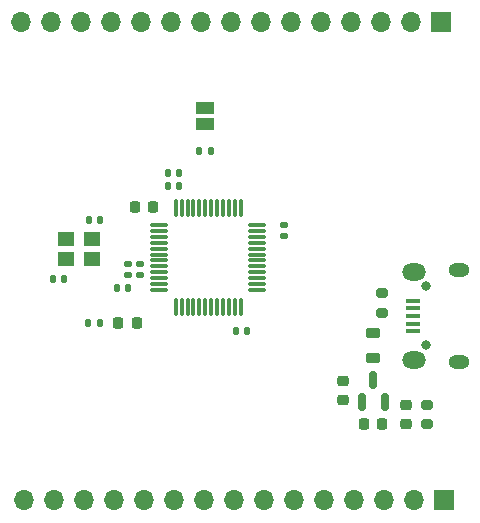
<source format=gbr>
%TF.GenerationSoftware,KiCad,Pcbnew,(6.0.9)*%
%TF.CreationDate,2023-03-20T19:11:49+01:00*%
%TF.ProjectId,STM32F103_prjct2,53544d33-3246-4313-9033-5f70726a6374,rev?*%
%TF.SameCoordinates,Original*%
%TF.FileFunction,Soldermask,Top*%
%TF.FilePolarity,Negative*%
%FSLAX46Y46*%
G04 Gerber Fmt 4.6, Leading zero omitted, Abs format (unit mm)*
G04 Created by KiCad (PCBNEW (6.0.9)) date 2023-03-20 19:11:49*
%MOMM*%
%LPD*%
G01*
G04 APERTURE LIST*
G04 Aperture macros list*
%AMRoundRect*
0 Rectangle with rounded corners*
0 $1 Rounding radius*
0 $2 $3 $4 $5 $6 $7 $8 $9 X,Y pos of 4 corners*
0 Add a 4 corners polygon primitive as box body*
4,1,4,$2,$3,$4,$5,$6,$7,$8,$9,$2,$3,0*
0 Add four circle primitives for the rounded corners*
1,1,$1+$1,$2,$3*
1,1,$1+$1,$4,$5*
1,1,$1+$1,$6,$7*
1,1,$1+$1,$8,$9*
0 Add four rect primitives between the rounded corners*
20,1,$1+$1,$2,$3,$4,$5,0*
20,1,$1+$1,$4,$5,$6,$7,0*
20,1,$1+$1,$6,$7,$8,$9,0*
20,1,$1+$1,$8,$9,$2,$3,0*%
G04 Aperture macros list end*
%ADD10R,1.400000X1.200000*%
%ADD11RoundRect,0.075000X-0.662500X-0.075000X0.662500X-0.075000X0.662500X0.075000X-0.662500X0.075000X0*%
%ADD12RoundRect,0.075000X-0.075000X-0.662500X0.075000X-0.662500X0.075000X0.662500X-0.075000X0.662500X0*%
%ADD13RoundRect,0.150000X0.150000X-0.587500X0.150000X0.587500X-0.150000X0.587500X-0.150000X-0.587500X0*%
%ADD14RoundRect,0.135000X0.135000X0.185000X-0.135000X0.185000X-0.135000X-0.185000X0.135000X-0.185000X0*%
%ADD15RoundRect,0.200000X-0.275000X0.200000X-0.275000X-0.200000X0.275000X-0.200000X0.275000X0.200000X0*%
%ADD16RoundRect,0.135000X-0.135000X-0.185000X0.135000X-0.185000X0.135000X0.185000X-0.135000X0.185000X0*%
%ADD17RoundRect,0.147500X-0.147500X-0.172500X0.147500X-0.172500X0.147500X0.172500X-0.147500X0.172500X0*%
%ADD18R,1.500000X1.000000*%
%ADD19R,1.700000X1.700000*%
%ADD20O,1.700000X1.700000*%
%ADD21O,1.800000X1.150000*%
%ADD22O,2.000000X1.450000*%
%ADD23R,1.300000X0.450000*%
%ADD24O,0.800000X0.800000*%
%ADD25RoundRect,0.218750X-0.381250X0.218750X-0.381250X-0.218750X0.381250X-0.218750X0.381250X0.218750X0*%
%ADD26RoundRect,0.218750X-0.218750X-0.256250X0.218750X-0.256250X0.218750X0.256250X-0.218750X0.256250X0*%
%ADD27RoundRect,0.218750X-0.256250X0.218750X-0.256250X-0.218750X0.256250X-0.218750X0.256250X0.218750X0*%
%ADD28RoundRect,0.140000X0.170000X-0.140000X0.170000X0.140000X-0.170000X0.140000X-0.170000X-0.140000X0*%
%ADD29RoundRect,0.140000X-0.140000X-0.170000X0.140000X-0.170000X0.140000X0.170000X-0.140000X0.170000X0*%
%ADD30RoundRect,0.140000X0.140000X0.170000X-0.140000X0.170000X-0.140000X-0.170000X0.140000X-0.170000X0*%
%ADD31RoundRect,0.140000X-0.170000X0.140000X-0.170000X-0.140000X0.170000X-0.140000X0.170000X0.140000X0*%
%ADD32RoundRect,0.225000X0.225000X0.250000X-0.225000X0.250000X-0.225000X-0.250000X0.225000X-0.250000X0*%
%ADD33RoundRect,0.225000X-0.250000X0.225000X-0.250000X-0.225000X0.250000X-0.225000X0.250000X0.225000X0*%
G04 APERTURE END LIST*
D10*
%TO.C,Y1*%
X152700000Y-77150000D03*
X150500000Y-77150000D03*
X150500000Y-78850000D03*
X152700000Y-78850000D03*
%TD*%
D11*
%TO.C,U2*%
X158397500Y-75990000D03*
X158397500Y-76490000D03*
X158397500Y-76990000D03*
X158397500Y-77490000D03*
X158397500Y-77990000D03*
X158397500Y-78490000D03*
X158397500Y-78990000D03*
X158397500Y-79490000D03*
X158397500Y-79990000D03*
X158397500Y-80490000D03*
X158397500Y-80990000D03*
X158397500Y-81490000D03*
D12*
X159810000Y-82902500D03*
X160310000Y-82902500D03*
X160810000Y-82902500D03*
X161310000Y-82902500D03*
X161810000Y-82902500D03*
X162310000Y-82902500D03*
X162810000Y-82902500D03*
X163310000Y-82902500D03*
X163810000Y-82902500D03*
X164310000Y-82902500D03*
X164810000Y-82902500D03*
X165310000Y-82902500D03*
D11*
X166722500Y-81490000D03*
X166722500Y-80990000D03*
X166722500Y-80490000D03*
X166722500Y-79990000D03*
X166722500Y-79490000D03*
X166722500Y-78990000D03*
X166722500Y-78490000D03*
X166722500Y-77990000D03*
X166722500Y-77490000D03*
X166722500Y-76990000D03*
X166722500Y-76490000D03*
X166722500Y-75990000D03*
D12*
X165310000Y-74577500D03*
X164810000Y-74577500D03*
X164310000Y-74577500D03*
X163810000Y-74577500D03*
X163310000Y-74577500D03*
X162810000Y-74577500D03*
X162310000Y-74577500D03*
X161810000Y-74577500D03*
X161310000Y-74577500D03*
X160810000Y-74577500D03*
X160310000Y-74577500D03*
X159810000Y-74577500D03*
%TD*%
D13*
%TO.C,U1*%
X175590000Y-90950500D03*
X177490000Y-90950500D03*
X176540000Y-89075500D03*
%TD*%
D14*
%TO.C,R4*%
X153418000Y-84328000D03*
X152398000Y-84328000D03*
%TD*%
D15*
%TO.C,R3*%
X177300000Y-83425000D03*
X177300000Y-81775000D03*
%TD*%
D16*
%TO.C,R2*%
X161740000Y-69750000D03*
X162760000Y-69750000D03*
%TD*%
D15*
%TO.C,R1*%
X181112000Y-91220000D03*
X181112000Y-92870000D03*
%TD*%
D17*
%TO.C,L1*%
X154795000Y-81320000D03*
X155765000Y-81320000D03*
%TD*%
D18*
%TO.C,JP1*%
X162250000Y-67400000D03*
X162250000Y-66100000D03*
%TD*%
D19*
%TO.C,J3*%
X182525000Y-99314000D03*
D20*
X179985000Y-99314000D03*
X177445000Y-99314000D03*
X174905000Y-99314000D03*
X172365000Y-99314000D03*
X169825000Y-99314000D03*
X167285000Y-99314000D03*
X164745000Y-99314000D03*
X162205000Y-99314000D03*
X159665000Y-99314000D03*
X157125000Y-99314000D03*
X154585000Y-99314000D03*
X152045000Y-99314000D03*
X149505000Y-99314000D03*
X146965000Y-99314000D03*
%TD*%
D19*
%TO.C,J2*%
X182310000Y-58800000D03*
D20*
X179770000Y-58800000D03*
X177230000Y-58800000D03*
X174690000Y-58800000D03*
X172150000Y-58800000D03*
X169610000Y-58800000D03*
X167070000Y-58800000D03*
X164530000Y-58800000D03*
X161990000Y-58800000D03*
X159450000Y-58800000D03*
X156910000Y-58800000D03*
X154370000Y-58800000D03*
X151830000Y-58800000D03*
X149290000Y-58800000D03*
X146750000Y-58800000D03*
%TD*%
D21*
%TO.C,J1*%
X183756000Y-79811000D03*
X183756000Y-87561000D03*
D22*
X179956000Y-79961000D03*
X179956000Y-87411000D03*
D23*
X179906000Y-82386000D03*
X179906000Y-83036000D03*
X179906000Y-83686000D03*
X179906000Y-84336000D03*
X179906000Y-84986000D03*
D24*
X181006000Y-81186000D03*
X181006000Y-86186000D03*
%TD*%
D25*
%TO.C,FB1*%
X176540000Y-85140500D03*
X176540000Y-87265500D03*
%TD*%
D26*
%TO.C,D2*%
X154914500Y-84328000D03*
X156489500Y-84328000D03*
%TD*%
D27*
%TO.C,D1*%
X179334000Y-91257500D03*
X179334000Y-92832500D03*
%TD*%
D28*
%TO.C,C11*%
X155750000Y-80230000D03*
X155750000Y-79270000D03*
%TD*%
%TO.C,C10*%
X156800000Y-79270000D03*
X156800000Y-80230000D03*
%TD*%
D29*
%TO.C,C9*%
X159120000Y-71600000D03*
X160080000Y-71600000D03*
%TD*%
D30*
%TO.C,C8*%
X164874000Y-85000000D03*
X165834000Y-85000000D03*
%TD*%
%TO.C,C7*%
X150380000Y-80600000D03*
X149420000Y-80600000D03*
%TD*%
D31*
%TO.C,C6*%
X169000000Y-76960000D03*
X169000000Y-76000000D03*
%TD*%
D29*
%TO.C,C5*%
X160080000Y-72700000D03*
X159120000Y-72700000D03*
%TD*%
D30*
%TO.C,C4*%
X152428000Y-75600000D03*
X153388000Y-75600000D03*
%TD*%
D32*
%TO.C,C3*%
X156325000Y-74500000D03*
X157875000Y-74500000D03*
%TD*%
%TO.C,C2*%
X177315000Y-92807000D03*
X175765000Y-92807000D03*
%TD*%
D33*
%TO.C,C1*%
X174000000Y-89225000D03*
X174000000Y-90775000D03*
%TD*%
M02*

</source>
